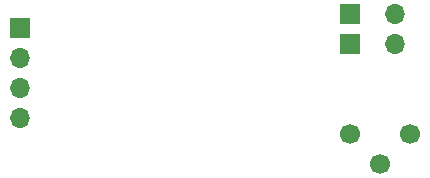
<source format=gbr>
%TF.GenerationSoftware,KiCad,Pcbnew,(6.0.6)*%
%TF.CreationDate,2023-04-07T17:46:17+02:00*%
%TF.ProjectId,LedDriver,4c656444-7269-4766-9572-2e6b69636164,rev?*%
%TF.SameCoordinates,Original*%
%TF.FileFunction,Soldermask,Bot*%
%TF.FilePolarity,Negative*%
%FSLAX46Y46*%
G04 Gerber Fmt 4.6, Leading zero omitted, Abs format (unit mm)*
G04 Created by KiCad (PCBNEW (6.0.6)) date 2023-04-07 17:46:17*
%MOMM*%
%LPD*%
G01*
G04 APERTURE LIST*
%ADD10R,1.700000X1.700000*%
%ADD11O,1.700000X1.700000*%
%ADD12C,1.700000*%
G04 APERTURE END LIST*
D10*
%TO.C,D1*%
X157480000Y-81280000D03*
X157480000Y-78740000D03*
D11*
X161290000Y-81280000D03*
X161290000Y-78740000D03*
%TD*%
D12*
%TO.C,RV1*%
X157480000Y-88900000D03*
X160020000Y-91440000D03*
X162560000Y-88900000D03*
%TD*%
D10*
%TO.C,J1*%
X129540000Y-79985000D03*
D11*
X129540000Y-82525000D03*
X129540000Y-85065000D03*
X129540000Y-87605000D03*
%TD*%
M02*

</source>
